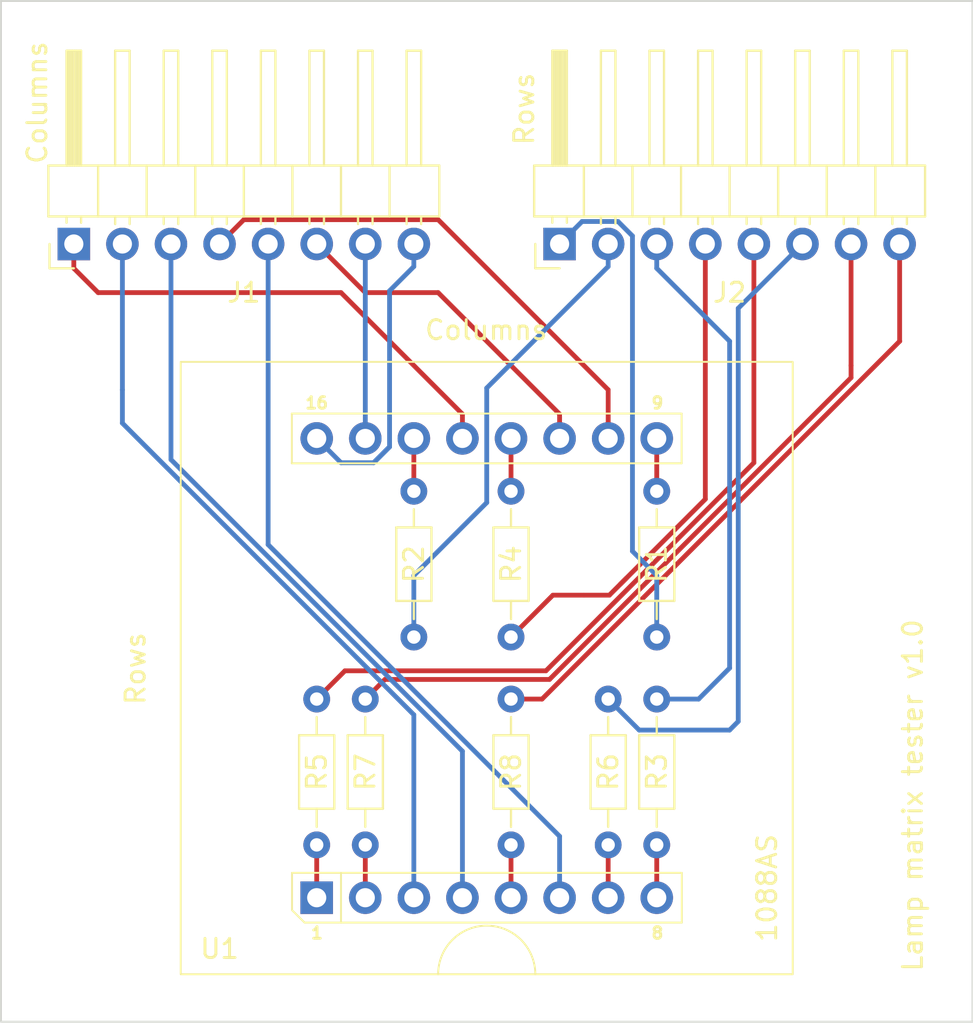
<source format=kicad_pcb>
(kicad_pcb (version 20221018) (generator pcbnew)
  (title_block (title "Lamp matrix tester") (date "2024-03-09") (rev "1.0") (company "Broken Pipe"))
  (layers (0 "F.Cu" signal) (31 "B.Cu" signal) (34 "B.Paste" user) (35 "F.Paste" user) (36 "B.SilkS" user "B.Silkscreen") (37 "F.SilkS" user "F.Silkscreen") (38 "B.Mask" user) (39 "F.Mask" user) (44 "Edge.Cuts" user))
  (net 0 "")
  (net 1 "/Col_1")
  (net 2 "/Col_2")
  (net 3 "/Col_3")
  (net 4 "/Col_4")
  (net 5 "/Col_5")
  (net 6 "/Col_6")
  (net 7 "/Col_7")
  (net 8 "/Col_8")
  (net 9 "/Row_1")
  (net 10 "/Row_2")
  (net 11 "/Row_3")
  (net 12 "/Row_4")
  (net 13 "/Row_5")
  (net 14 "/Row_6")
  (net 15 "/Row_7")
  (net 16 "/Row_8")
  (net 17 "Net-(U1-R1)")
  (net 18 "Net-(U1-R2)")
  (net 19 "Net-(U1-R3)")
  (net 20 "Net-(U1-R4)")
  (net 21 "Net-(U1-R5)")
  (net 22 "Net-(U1-R6)")
  (net 23 "Net-(U1-R7)")
  (net 24 "Net-(U1-R8)")
  (footprint "Resistor_THT:R_Axial_DIN0204_L3.6mm_D1.6mm_P7.62mm_Horizontal" (layer "F.Cu") (at 44.45 40.86 -90)
    (fp_text reference "R2" (at 3.81 0 -90) (layer "F.SilkS"))
    (fp_text value "R")
    (fp_line (start 0.94 0) (end 1.89 0) (stroke (width 0.12)) (layer "F.SilkS"))
    (fp_line (start 1.89 -0.92) (end 1.89 0.92) (stroke (width 0.12)) (layer "F.SilkS"))
    (fp_line (start 1.89 0.92) (end 5.73 0.92) (stroke (width 0.12)) (layer "F.SilkS"))
    (fp_line (start 5.73 -0.92) (end 1.89 -0.92) (stroke (width 0.12)) (layer "F.SilkS"))
    (fp_line (start 5.73 0.92) (end 5.73 -0.92) (stroke (width 0.12)) (layer "F.SilkS"))
    (fp_line (start 6.68 0) (end 5.73 0) (stroke (width 0.12)) (layer "F.SilkS"))
    (pad "1" thru_hole circle (at 0 0 270) (size 1.4 1.4) (drill 0.7) (layers "*.Cu" "*.Mask") (net 18 "Net-(U1-R2)"))
    (pad "2" thru_hole oval (at 7.62 0 270) (size 1.4 1.4) (drill 0.7) (layers "*.Cu" "*.Mask") (net 10 "/Row_2"))
  )
  (footprint "Resistor_THT:R_Axial_DIN0204_L3.6mm_D1.6mm_P7.62mm_Horizontal" (layer "F.Cu") (at 39.37 59.340001 90)
    (fp_text reference "R5" (at 3.81 0 90) (layer "F.SilkS"))
    (fp_text value "R")
    (fp_line (start 0.94 0) (end 1.89 0) (stroke (width 0.12)) (layer "F.SilkS"))
    (fp_line (start 1.89 -0.92) (end 1.89 0.92) (stroke (width 0.12)) (layer "F.SilkS"))
    (fp_line (start 1.89 0.92) (end 5.73 0.92) (stroke (width 0.12)) (layer "F.SilkS"))
    (fp_line (start 5.73 -0.92) (end 1.89 -0.92) (stroke (width 0.12)) (layer "F.SilkS"))
    (fp_line (start 5.73 0.92) (end 5.73 -0.92) (stroke (width 0.12)) (layer "F.SilkS"))
    (fp_line (start 6.68 0) (end 5.73 0) (stroke (width 0.12)) (layer "F.SilkS"))
    (pad "1" thru_hole circle (at 0 0 90) (size 1.4 1.4) (drill 0.7) (layers "*.Cu" "*.Mask") (net 21 "Net-(U1-R5)"))
    (pad "2" thru_hole oval (at 7.62 0 90) (size 1.4 1.4) (drill 0.7) (layers "*.Cu" "*.Mask") (net 13 "/Row_5"))
  )
  (footprint "Connector_PinHeader_2.54mm:PinHeader_1x08_P2.54mm_Horizontal" (layer "F.Cu") (at 26.67 27.94 90)
    (fp_text reference "J1" (at -2.54 8.89 180) (layer "F.SilkS"))
    (fp_text value "Columns")
    (fp_line (start -1.27 -1.27) (end 0 -1.27) (stroke (width 0.12)) (layer "F.SilkS"))
    (fp_line (start -1.27 0) (end -1.27 -1.27) (stroke (width 0.12)) (layer "F.SilkS"))
    (fp_line (start 1.042929 2.16) (end 1.44 2.16) (stroke (width 0.12)) (layer "F.SilkS"))
    (fp_line (start 1.042929 2.92) (end 1.44 2.92) (stroke (width 0.12)) (layer "F.SilkS"))
    (fp_line (start 1.042929 4.7) (end 1.44 4.7) (stroke (width 0.12)) (layer "F.SilkS"))
    (fp_line (start 1.042929 5.46) (end 1.44 5.46) (stroke (width 0.12)) (layer "F.SilkS"))
    (fp_line (start 1.042929 7.24) (end 1.44 7.24) (stroke (width 0.12)) (layer "F.SilkS"))
    (fp_line (start 1.042929 8) (end 1.44 8) (stroke (width 0.12)) (layer "F.SilkS"))
    (fp_line (start 1.042929 9.78) (end 1.44 9.78) (stroke (width 0.12)) (layer "F.SilkS"))
    (fp_line (start 1.042929 10.54) (end 1.44 10.54) (stroke (width 0.12)) (layer "F.SilkS"))
    (fp_line (start 1.042929 12.32) (end 1.44 12.32) (stroke (width 0.12)) (layer "F.SilkS"))
    (fp_line (start 1.042929 13.08) (end 1.44 13.08) (stroke (width 0.12)) (layer "F.SilkS"))
    (fp_line (start 1.042929 14.86) (end 1.44 14.86) (stroke (width 0.12)) (layer "F.SilkS"))
    (fp_line (start 1.042929 15.62) (end 1.44 15.62) (stroke (width 0.12)) (layer "F.SilkS"))
    (fp_line (start 1.042929 17.4) (end 1.44 17.4) (stroke (width 0.12)) (layer "F.SilkS"))
    (fp_line (start 1.042929 18.16) (end 1.44 18.16) (stroke (width 0.12)) (layer "F.SilkS"))
    (fp_line (start 1.11 -0.38) (end 1.44 -0.38) (stroke (width 0.12)) (layer "F.SilkS"))
    (fp_line (start 1.11 0.38) (end 1.44 0.38) (stroke (width 0.12)) (layer "F.SilkS"))
    (fp_line (start 1.44 -1.33) (end 1.44 19.11) (stroke (width 0.12)) (layer "F.SilkS"))
    (fp_line (start 1.44 1.27) (end 4.1 1.27) (stroke (width 0.12)) (layer "F.SilkS"))
    (fp_line (start 1.44 3.81) (end 4.1 3.81) (stroke (width 0.12)) (layer "F.SilkS"))
    (fp_line (start 1.44 6.35) (end 4.1 6.35) (stroke (width 0.12)) (layer "F.SilkS"))
    (fp_line (start 1.44 8.89) (end 4.1 8.89) (stroke (width 0.12)) (layer "F.SilkS"))
    (fp_line (start 1.44 11.43) (end 4.1 11.43) (stroke (width 0.12)) (layer "F.SilkS"))
    (fp_line (start 1.44 13.97) (end 4.1 13.97) (stroke (width 0.12)) (layer "F.SilkS"))
    (fp_line (start 1.44 16.51) (end 4.1 16.51) (stroke (width 0.12)) (layer "F.SilkS"))
    (fp_line (start 1.44 19.11) (end 4.1 19.11) (stroke (width 0.12)) (layer "F.SilkS"))
    (fp_line (start 4.1 -1.33) (end 1.44 -1.33) (stroke (width 0.12)) (layer "F.SilkS"))
    (fp_line (start 4.1 -0.38) (end 10.1 -0.38) (stroke (width 0.12)) (layer "F.SilkS"))
    (fp_line (start 4.1 -0.32) (end 10.1 -0.32) (stroke (width 0.12)) (layer "F.SilkS"))
    (fp_line (start 4.1 -0.2) (end 10.1 -0.2) (stroke (width 0.12)) (layer "F.SilkS"))
    (fp_line (start 4.1 -0.08) (end 10.1 -0.08) (stroke (width 0.12)) (layer "F.SilkS"))
    (fp_line (start 4.1 0.04) (end 10.1 0.04) (stroke (width 0.12)) (layer "F.SilkS"))
    (fp_line (start 4.1 0.16) (end 10.1 0.16) (stroke (width 0.12)) (layer "F.SilkS"))
    (fp_line (start 4.1 0.28) (end 10.1 0.28) (stroke (width 0.12)) (layer "F.SilkS"))
    (fp_line (start 4.1 2.16) (end 10.1 2.16) (stroke (width 0.12)) (layer "F.SilkS"))
    (fp_line (start 4.1 4.7) (end 10.1 4.7) (stroke (width 0.12)) (layer "F.SilkS"))
    (fp_line (start 4.1 7.24) (end 10.1 7.24) (stroke (width 0.12)) (layer "F.SilkS"))
    (fp_line (start 4.1 9.78) (end 10.1 9.78) (stroke (width 0.12)) (layer "F.SilkS"))
    (fp_line (start 4.1 12.32) (end 10.1 12.32) (stroke (width 0.12)) (layer "F.SilkS"))
    (fp_line (start 4.1 14.86) (end 10.1 14.86) (stroke (width 0.12)) (layer "F.SilkS"))
    (fp_line (start 4.1 17.4) (end 10.1 17.4) (stroke (width 0.12)) (layer "F.SilkS"))
    (fp_line (start 4.1 19.11) (end 4.1 -1.33) (stroke (width 0.12)) (layer "F.SilkS"))
    (fp_line (start 10.1 -0.38) (end 10.1 0.38) (stroke (width 0.12)) (layer "F.SilkS"))
    (fp_line (start 10.1 0.38) (end 4.1 0.38) (stroke (width 0.12)) (layer "F.SilkS"))
    (fp_line (start 10.1 2.16) (end 10.1 2.92) (stroke (width 0.12)) (layer "F.SilkS"))
    (fp_line (start 10.1 2.92) (end 4.1 2.92) (stroke (width 0.12)) (layer "F.SilkS"))
    (fp_line (start 10.1 4.7) (end 10.1 5.46) (stroke (width 0.12)) (layer "F.SilkS"))
    (fp_line (start 10.1 5.46) (end 4.1 5.46) (stroke (width 0.12)) (layer "F.SilkS"))
    (fp_line (start 10.1 7.24) (end 10.1 8) (stroke (width 0.12)) (layer "F.SilkS"))
    (fp_line (start 10.1 8) (end 4.1 8) (stroke (width 0.12)) (layer "F.SilkS"))
    (fp_line (start 10.1 9.78) (end 10.1 10.54) (stroke (width 0.12)) (layer "F.SilkS"))
    (fp_line (start 10.1 10.54) (end 4.1 10.54) (stroke (width 0.12)) (layer "F.SilkS"))
    (fp_line (start 10.1 12.32) (end 10.1 13.08) (stroke (width 0.12)) (layer "F.SilkS"))
    (fp_line (start 10.1 13.08) (end 4.1 13.08) (stroke (width 0.12)) (layer "F.SilkS"))
    (fp_line (start 10.1 14.86) (end 10.1 15.62) (stroke (width 0.12)) (layer "F.SilkS"))
    (fp_line (start 10.1 15.62) (end 4.1 15.62) (stroke (width 0.12)) (layer "F.SilkS"))
    (fp_line (start 10.1 17.4) (end 10.1 18.16) (stroke (width 0.12)) (layer "F.SilkS"))
    (fp_line (start 10.1 18.16) (end 4.1 18.16) (stroke (width 0.12)) (layer "F.SilkS"))
    (pad "1" thru_hole rect (at 0 0 90) (size 1.7 1.7) (drill 1) (layers "*.Cu" "*.Mask") (net 1 "/Col_1"))
    (pad "2" thru_hole oval (at 0 2.54 90) (size 1.7 1.7) (drill 1) (layers "*.Cu" "*.Mask") (net 2 "/Col_2"))
    (pad "3" thru_hole oval (at 0 5.08 90) (size 1.7 1.7) (drill 1) (layers "*.Cu" "*.Mask") (net 3 "/Col_3"))
    (pad "4" thru_hole oval (at 0 7.62 90) (size 1.7 1.7) (drill 1) (layers "*.Cu" "*.Mask") (net 4 "/Col_4"))
    (pad "5" thru_hole oval (at 0 10.16 90) (size 1.7 1.7) (drill 1) (layers "*.Cu" "*.Mask") (net 5 "/Col_5"))
    (pad "6" thru_hole oval (at 0 12.7 90) (size 1.7 1.7) (drill 1) (layers "*.Cu" "*.Mask") (net 6 "/Col_6"))
    (pad "7" thru_hole oval (at 0 15.24 90) (size 1.7 1.7) (drill 1) (layers "*.Cu" "*.Mask") (net 7 "/Col_7"))
    (pad "8" thru_hole oval (at 0 17.78 90) (size 1.7 1.7) (drill 1) (layers "*.Cu" "*.Mask") (net 8 "/Col_8"))
  )
  (footprint "Resistor_THT:R_Axial_DIN0204_L3.6mm_D1.6mm_P7.62mm_Horizontal" (layer "F.Cu") (at 49.53 40.860001 -90)
    (fp_text reference "R4" (at 3.81 0 -90) (layer "F.SilkS"))
    (fp_text value "R")
    (fp_line (start 0.94 0) (end 1.89 0) (stroke (width 0.12)) (layer "F.SilkS"))
    (fp_line (start 1.89 -0.92) (end 1.89 0.92) (stroke (width 0.12)) (layer "F.SilkS"))
    (fp_line (start 1.89 0.92) (end 5.73 0.92) (stroke (width 0.12)) (layer "F.SilkS"))
    (fp_line (start 5.73 -0.92) (end 1.89 -0.92) (stroke (width 0.12)) (layer "F.SilkS"))
    (fp_line (start 5.73 0.92) (end 5.73 -0.92) (stroke (width 0.12)) (layer "F.SilkS"))
    (fp_line (start 6.68 0) (end 5.73 0) (stroke (width 0.12)) (layer "F.SilkS"))
    (pad "1" thru_hole circle (at 0 0 270) (size 1.4 1.4) (drill 0.7) (layers "*.Cu" "*.Mask") (net 20 "Net-(U1-R4)"))
    (pad "2" thru_hole oval (at 7.62 0 270) (size 1.4 1.4) (drill 0.7) (layers "*.Cu" "*.Mask") (net 12 "/Row_4"))
  )
  (footprint "Resistor_THT:R_Axial_DIN0204_L3.6mm_D1.6mm_P7.62mm_Horizontal" (layer "F.Cu") (at 54.61 51.720001 -90)
    (fp_text reference "R6" (at 3.81 0 -90) (layer "F.SilkS"))
    (fp_text value "R")
    (fp_line (start 0.94 0) (end 1.89 0) (stroke (width 0.12)) (layer "F.SilkS"))
    (fp_line (start 1.89 -0.92) (end 1.89 0.92) (stroke (width 0.12)) (layer "F.SilkS"))
    (fp_line (start 1.89 0.92) (end 5.73 0.92) (stroke (width 0.12)) (layer "F.SilkS"))
    (fp_line (start 5.73 -0.92) (end 1.89 -0.92) (stroke (width 0.12)) (layer "F.SilkS"))
    (fp_line (start 5.73 0.92) (end 5.73 -0.92) (stroke (width 0.12)) (layer "F.SilkS"))
    (fp_line (start 6.68 0) (end 5.73 0) (stroke (width 0.12)) (layer "F.SilkS"))
    (pad "1" thru_hole circle (at 0 0 270) (size 1.4 1.4) (drill 0.7) (layers "*.Cu" "*.Mask") (net 14 "/Row_6"))
    (pad "2" thru_hole oval (at 7.62 0 270) (size 1.4 1.4) (drill 0.7) (layers "*.Cu" "*.Mask") (net 22 "Net-(U1-R6)"))
  )
  (footprint "Resistor_THT:R_Axial_DIN0204_L3.6mm_D1.6mm_P7.62mm_Horizontal" (layer "F.Cu") (at 41.91 51.720001 -90)
    (fp_text reference "R7" (at 3.81 0 -90) (layer "F.SilkS"))
    (fp_text value "R")
    (fp_line (start 0.94 0) (end 1.89 0) (stroke (width 0.12)) (layer "F.SilkS"))
    (fp_line (start 1.89 -0.92) (end 1.89 0.92) (stroke (width 0.12)) (layer "F.SilkS"))
    (fp_line (start 1.89 0.92) (end 5.73 0.92) (stroke (width 0.12)) (layer "F.SilkS"))
    (fp_line (start 5.73 -0.92) (end 1.89 -0.92) (stroke (width 0.12)) (layer "F.SilkS"))
    (fp_line (start 5.73 0.92) (end 5.73 -0.92) (stroke (width 0.12)) (layer "F.SilkS"))
    (fp_line (start 6.68 0) (end 5.73 0) (stroke (width 0.12)) (layer "F.SilkS"))
    (pad "1" thru_hole circle (at 0 0 270) (size 1.4 1.4) (drill 0.7) (layers "*.Cu" "*.Mask") (net 15 "/Row_7"))
    (pad "2" thru_hole oval (at 7.62 0 270) (size 1.4 1.4) (drill 0.7) (layers "*.Cu" "*.Mask") (net 23 "Net-(U1-R7)"))
  )
  (footprint "Resistor_THT:R_Axial_DIN0204_L3.6mm_D1.6mm_P7.62mm_Horizontal" (layer "F.Cu") (at 57.15 51.720001 -90)
    (fp_text reference "R3" (at 3.81 0 -90) (layer "F.SilkS"))
    (fp_text value "R")
    (fp_line (start 0.94 0) (end 1.89 0) (stroke (width 0.12)) (layer "F.SilkS"))
    (fp_line (start 1.89 -0.92) (end 1.89 0.92) (stroke (width 0.12)) (layer "F.SilkS"))
    (fp_line (start 1.89 0.92) (end 5.73 0.92) (stroke (width 0.12)) (layer "F.SilkS"))
    (fp_line (start 5.73 -0.92) (end 1.89 -0.92) (stroke (width 0.12)) (layer "F.SilkS"))
    (fp_line (start 5.73 0.92) (end 5.73 -0.92) (stroke (width 0.12)) (layer "F.SilkS"))
    (fp_line (start 6.68 0) (end 5.73 0) (stroke (width 0.12)) (layer "F.SilkS"))
    (pad "1" thru_hole circle (at 0 0 270) (size 1.4 1.4) (drill 0.7) (layers "*.Cu" "*.Mask") (net 11 "/Row_3"))
    (pad "2" thru_hole oval (at 7.62 0 270) (size 1.4 1.4) (drill 0.7) (layers "*.Cu" "*.Mask") (net 19 "Net-(U1-R3)"))
  )
  (footprint "Resistor_THT:R_Axial_DIN0204_L3.6mm_D1.6mm_P7.62mm_Horizontal" (layer "F.Cu") (at 49.53 51.720001 -90)
    (fp_text reference "R8" (at 3.81 0 -90) (layer "F.SilkS"))
    (fp_text value "R")
    (fp_line (start 0.94 0) (end 1.89 0) (stroke (width 0.12)) (layer "F.SilkS"))
    (fp_line (start 1.89 -0.92) (end 1.89 0.92) (stroke (width 0.12)) (layer "F.SilkS"))
    (fp_line (start 1.89 0.92) (end 5.73 0.92) (stroke (width 0.12)) (layer "F.SilkS"))
    (fp_line (start 5.73 -0.92) (end 1.89 -0.92) (stroke (width 0.12)) (layer "F.SilkS"))
    (fp_line (start 5.73 0.92) (end 5.73 -0.92) (stroke (width 0.12)) (layer "F.SilkS"))
    (fp_line (start 6.68 0) (end 5.73 0) (stroke (width 0.12)) (layer "F.SilkS"))
    (pad "1" thru_hole circle (at 0 0 270) (size 1.4 1.4) (drill 0.7) (layers "*.Cu" "*.Mask") (net 16 "/Row_8"))
    (pad "2" thru_hole oval (at 7.62 0 270) (size 1.4 1.4) (drill 0.7) (layers "*.Cu" "*.Mask") (net 24 "Net-(U1-R8)"))
  )
  (footprint "Connector_PinHeader_2.54mm:PinHeader_1x08_P2.54mm_Horizontal" (layer "F.Cu") (at 52.07 27.94 90)
    (fp_text reference "J2" (at -2.54 8.89 180) (layer "F.SilkS"))
    (fp_text value "Rows")
    (fp_line (start -1.27 -1.27) (end 0 -1.27) (stroke (width 0.12)) (layer "F.SilkS"))
    (fp_line (start -1.27 0) (end -1.27 -1.27) (stroke (width 0.12)) (layer "F.SilkS"))
    (fp_line (start 1.042929 2.16) (end 1.44 2.16) (stroke (width 0.12)) (layer "F.SilkS"))
    (fp_line (start 1.042929 2.92) (end 1.44 2.92) (stroke (width 0.12)) (layer "F.SilkS"))
    (fp_line (start 1.042929 4.7) (end 1.44 4.7) (stroke (width 0.12)) (layer "F.SilkS"))
    (fp_line (start 1.042929 5.46) (end 1.44 5.46) (stroke (width 0.12)) (layer "F.SilkS"))
    (fp_line (start 1.042929 7.24) (end 1.44 7.24) (stroke (width 0.12)) (layer "F.SilkS"))
    (fp_line (start 1.042929 8) (end 1.44 8) (stroke (width 0.12)) (layer "F.SilkS"))
    (fp_line (start 1.042929 9.78) (end 1.44 9.78) (stroke (width 0.12)) (layer "F.SilkS"))
    (fp_line (start 1.042929 10.54) (end 1.44 10.54) (stroke (width 0.12)) (layer "F.SilkS"))
    (fp_line (start 1.042929 12.32) (end 1.44 12.32) (stroke (width 0.12)) (layer "F.SilkS"))
    (fp_line (start 1.042929 13.08) (end 1.44 13.08) (stroke (width 0.12)) (layer "F.SilkS"))
    (fp_line (start 1.042929 14.86) (end 1.44 14.86) (stroke (width 0.12)) (layer "F.SilkS"))
    (fp_line (start 1.042929 15.62) (end 1.44 15.62) (stroke (width 0.12)) (layer "F.SilkS"))
    (fp_line (start 1.042929 17.4) (end 1.44 17.4) (stroke (width 0.12)) (layer "F.SilkS"))
    (fp_line (start 1.042929 18.16) (end 1.44 18.16) (stroke (width 0.12)) (layer "F.SilkS"))
    (fp_line (start 1.11 -0.38) (end 1.44 -0.38) (stroke (width 0.12)) (layer "F.SilkS"))
    (fp_line (start 1.11 0.38) (end 1.44 0.38) (stroke (width 0.12)) (layer "F.SilkS"))
    (fp_line (start 1.44 -1.33) (end 1.44 19.11) (stroke (width 0.12)) (layer "F.SilkS"))
    (fp_line (start 1.44 1.27) (end 4.1 1.27) (stroke (width 0.12)) (layer "F.SilkS"))
    (fp_line (start 1.44 3.81) (end 4.1 3.81) (stroke (width 0.12)) (layer "F.SilkS"))
    (fp_line (start 1.44 6.35) (end 4.1 6.35) (stroke (width 0.12)) (layer "F.SilkS"))
    (fp_line (start 1.44 8.89) (end 4.1 8.89) (stroke (width 0.12)) (layer "F.SilkS"))
    (fp_line (start 1.44 11.43) (end 4.1 11.43) (stroke (width 0.12)) (layer "F.SilkS"))
    (fp_line (start 1.44 13.97) (end 4.1 13.97) (stroke (width 0.12)) (layer "F.SilkS"))
    (fp_line (start 1.44 16.51) (end 4.1 16.51) (stroke (width 0.12)) (layer "F.SilkS"))
    (fp_line (start 1.44 19.11) (end 4.1 19.11) (stroke (width 0.12)) (layer "F.SilkS"))
    (fp_line (start 4.1 -1.33) (end 1.44 -1.33) (stroke (width 0.12)) (layer "F.SilkS"))
    (fp_line (start 4.1 -0.38) (end 10.1 -0.38) (stroke (width 0.12)) (layer "F.SilkS"))
    (fp_line (start 4.1 -0.32) (end 10.1 -0.32) (stroke (width 0.12)) (layer "F.SilkS"))
    (fp_line (start 4.1 -0.2) (end 10.1 -0.2) (stroke (width 0.12)) (layer "F.SilkS"))
    (fp_line (start 4.1 -0.08) (end 10.1 -0.08) (stroke (width 0.12)) (layer "F.SilkS"))
    (fp_line (start 4.1 0.04) (end 10.1 0.04) (stroke (width 0.12)) (layer "F.SilkS"))
    (fp_line (start 4.1 0.16) (end 10.1 0.16) (stroke (width 0.12)) (layer "F.SilkS"))
    (fp_line (start 4.1 0.28) (end 10.1 0.28) (stroke (width 0.12)) (layer "F.SilkS"))
    (fp_line (start 4.1 2.16) (end 10.1 2.16) (stroke (width 0.12)) (layer "F.SilkS"))
    (fp_line (start 4.1 4.7) (end 10.1 4.7) (stroke (width 0.12)) (layer "F.SilkS"))
    (fp_line (start 4.1 7.24) (end 10.1 7.24) (stroke (width 0.12)) (layer "F.SilkS"))
    (fp_line (start 4.1 9.78) (end 10.1 9.78) (stroke (width 0.12)) (layer "F.SilkS"))
    (fp_line (start 4.1 12.32) (end 10.1 12.32) (stroke (width 0.12)) (layer "F.SilkS"))
    (fp_line (start 4.1 14.86) (end 10.1 14.86) (stroke (width 0.12)) (layer "F.SilkS"))
    (fp_line (start 4.1 17.4) (end 10.1 17.4) (stroke (width 0.12)) (layer "F.SilkS"))
    (fp_line (start 4.1 19.11) (end 4.1 -1.33) (stroke (width 0.12)) (layer "F.SilkS"))
    (fp_line (start 10.1 -0.38) (end 10.1 0.38) (stroke (width 0.12)) (layer "F.SilkS"))
    (fp_line (start 10.1 0.38) (end 4.1 0.38) (stroke (width 0.12)) (layer "F.SilkS"))
    (fp_line (start 10.1 2.16) (end 10.1 2.92) (stroke (width 0.12)) (layer "F.SilkS"))
    (fp_line (start 10.1 2.92) (end 4.1 2.92) (stroke (width 0.12)) (layer "F.SilkS"))
    (fp_line (start 10.1 4.7) (end 10.1 5.46) (stroke (width 0.12)) (layer "F.SilkS"))
    (fp_line (start 10.1 5.46) (end 4.1 5.46) (stroke (width 0.12)) (layer "F.SilkS"))
    (fp_line (start 10.1 7.24) (end 10.1 8) (stroke (width 0.12)) (layer "F.SilkS"))
    (fp_line (start 10.1 8) (end 4.1 8) (stroke (width 0.12)) (layer "F.SilkS"))
    (fp_line (start 10.1 9.78) (end 10.1 10.54) (stroke (width 0.12)) (layer "F.SilkS"))
    (fp_line (start 10.1 10.54) (end 4.1 10.54) (stroke (width 0.12)) (layer "F.SilkS"))
    (fp_line (start 10.1 12.32) (end 10.1 13.08) (stroke (width 0.12)) (layer "F.SilkS"))
    (fp_line (start 10.1 13.08) (end 4.1 13.08) (stroke (width 0.12)) (layer "F.SilkS"))
    (fp_line (start 10.1 14.86) (end 10.1 15.62) (stroke (width 0.12)) (layer "F.SilkS"))
    (fp_line (start 10.1 15.62) (end 4.1 15.62) (stroke (width 0.12)) (layer "F.SilkS"))
    (fp_line (start 10.1 17.4) (end 10.1 18.16) (stroke (width 0.12)) (layer "F.SilkS"))
    (fp_line (start 10.1 18.16) (end 4.1 18.16) (stroke (width 0.12)) (layer "F.SilkS"))
    (pad "1" thru_hole rect (at 0 0 90) (size 1.7 1.7) (drill 1) (layers "*.Cu" "*.Mask") (net 9 "/Row_1"))
    (pad "2" thru_hole oval (at 0 2.54 90) (size 1.7 1.7) (drill 1) (layers "*.Cu" "*.Mask") (net 10 "/Row_2"))
    (pad "3" thru_hole oval (at 0 5.08 90) (size 1.7 1.7) (drill 1) (layers "*.Cu" "*.Mask") (net 11 "/Row_3"))
    (pad "4" thru_hole oval (at 0 7.62 90) (size 1.7 1.7) (drill 1) (layers "*.Cu" "*.Mask") (net 12 "/Row_4"))
    (pad "5" thru_hole oval (at 0 10.16 90) (size 1.7 1.7) (drill 1) (layers "*.Cu" "*.Mask") (net 13 "/Row_5"))
    (pad "6" thru_hole oval (at 0 12.7 90) (size 1.7 1.7) (drill 1) (layers "*.Cu" "*.Mask") (net 14 "/Row_6"))
    (pad "7" thru_hole oval (at 0 15.24 90) (size 1.7 1.7) (drill 1) (layers "*.Cu" "*.Mask") (net 15 "/Row_7"))
    (pad "8" thru_hole oval (at 0 17.78 90) (size 1.7 1.7) (drill 1) (layers "*.Cu" "*.Mask") (net 16 "/Row_8"))
  )
  (footprint "Resistor_THT:R_Axial_DIN0204_L3.6mm_D1.6mm_P7.62mm_Horizontal" (layer "F.Cu") (at 57.15 40.860001 -90)
    (fp_text reference "R1" (at 3.81 0 -90) (layer "F.SilkS"))
    (fp_text value "R")
    (fp_line (start 0.94 0) (end 1.89 0) (stroke (width 0.12)) (layer "F.SilkS"))
    (fp_line (start 1.89 -0.92) (end 1.89 0.92) (stroke (width 0.12)) (layer "F.SilkS"))
    (fp_line (start 1.89 0.92) (end 5.73 0.92) (stroke (width 0.12)) (layer "F.SilkS"))
    (fp_line (start 5.73 -0.92) (end 1.89 -0.92) (stroke (width 0.12)) (layer "F.SilkS"))
    (fp_line (start 5.73 0.92) (end 5.73 -0.92) (stroke (width 0.12)) (layer "F.SilkS"))
    (fp_line (start 6.68 0) (end 5.73 0) (stroke (width 0.12)) (layer "F.SilkS"))
    (pad "1" thru_hole circle (at 0 0 270) (size 1.4 1.4) (drill 0.7) (layers "*.Cu" "*.Mask") (net 17 "Net-(U1-R1)"))
    (pad "2" thru_hole oval (at 7.62 0 270) (size 1.4 1.4) (drill 0.7) (layers "*.Cu" "*.Mask") (net 9 "/Row_1"))
  )
  (footprint "LampMatrixTesterLibrary:Led_1088AS_8x8_P2.54mm" (layer "F.Cu") (at 48.26 50.1)
    (fp_text reference "U1" (at -13.97 14.67) (layer "F.SilkS"))
    (fp_text value "1088AS")
    (fp_line (start -10.19 -13.3) (end -10.19 -10.7) (stroke (width 0.1)) (layer "F.SilkS"))
    (fp_line (start -10.19 -13.3) (end 10.19 -13.3) (stroke (width 0.1)) (layer "F.SilkS"))
    (fp_line (start -10.18 10.7) (end 10.2 10.7) (stroke (width 0.1)) (layer "F.SilkS"))
    (fp_line (start -10.18 12.65) (end -10.18 10.7) (stroke (width 0.1)) (layer "F.SilkS"))
    (fp_line (start -9.525 13.3) (end -10.16 12.67) (stroke (width 0.1)) (layer "F.SilkS"))
    (fp_line (start -7.62 13.3) (end -7.62 10.7) (stroke (width 0.1)) (layer "F.SilkS"))
    (fp_line (start 10.19 -13.3) (end 10.19 -10.7) (stroke (width 0.1)) (layer "F.SilkS"))
    (fp_line (start 10.19 -10.7) (end -10.19 -10.7) (stroke (width 0.1)) (layer "F.SilkS"))
    (fp_line (start 10.2 10.7) (end 10.2 13.3) (stroke (width 0.1)) (layer "F.SilkS"))
    (fp_line (start 10.2 13.3) (end -9.525 13.3) (stroke (width 0.1)) (layer "F.SilkS"))
    (fp_rect (start -16 -16) (end 16 16) (stroke (width 0.1)) (fill none) (layer "F.SilkS"))
    (fp_arc (start -2.54 16) (mid -1.796051 14.203949) (end 0 13.46) (stroke (width 0.1)) (layer "F.SilkS"))
    (fp_arc (start 0 13.46) (mid 1.796051 14.203949) (end 2.54 16) (stroke (width 0.1)) (layer "F.SilkS"))
    (pad "1" thru_hole rect (at -8.89 12) (size 1.7 1.7) (drill 1) (layers "*.Cu" "*.Mask") (net 21 "Net-(U1-R5)"))
    (pad "2" thru_hole oval (at -6.35 12) (size 1.7 1.7) (drill 1) (layers "*.Cu" "*.Mask") (net 23 "Net-(U1-R7)"))
    (pad "3" thru_hole oval (at -3.81 12) (size 1.7 1.7) (drill 1) (layers "*.Cu" "*.Mask") (net 2 "/Col_2"))
    (pad "4" thru_hole oval (at -1.27 12) (size 1.7 1.7) (drill 1) (layers "*.Cu" "*.Mask") (net 3 "/Col_3"))
    (pad "5" thru_hole oval (at 1.27 12) (size 1.7 1.7) (drill 1) (layers "*.Cu" "*.Mask") (net 24 "Net-(U1-R8)"))
    (pad "6" thru_hole oval (at 3.81 12) (size 1.7 1.7) (drill 1) (layers "*.Cu" "*.Mask") (net 5 "/Col_5"))
    (pad "7" thru_hole oval (at 6.35 12) (size 1.7 1.7) (drill 1) (layers "*.Cu" "*.Mask") (net 22 "Net-(U1-R6)"))
    (pad "8" thru_hole oval (at 8.89 12) (size 1.7 1.7) (drill 1) (layers "*.Cu" "*.Mask") (net 19 "Net-(U1-R3)"))
    (pad "9" thru_hole oval (at 8.89 -12) (size 1.7 1.7) (drill 1) (layers "*.Cu" "*.Mask") (net 17 "Net-(U1-R1)"))
    (pad "10" thru_hole oval (at 6.35 -12) (size 1.7 1.7) (drill 1) (layers "*.Cu" "*.Mask") (net 4 "/Col_4"))
    (pad "11" thru_hole oval (at 3.81 -12) (size 1.7 1.7) (drill 1) (layers "*.Cu" "*.Mask") (net 6 "/Col_6"))
    (pad "12" thru_hole oval (at 1.27 -12) (size 1.7 1.7) (drill 1) (layers "*.Cu" "*.Mask") (net 20 "Net-(U1-R4)"))
    (pad "13" thru_hole oval (at -1.27 -12) (size 1.7 1.7) (drill 1) (layers "*.Cu" "*.Mask") (net 1 "/Col_1"))
    (pad "14" thru_hole oval (at -3.81 -12) (size 1.7 1.7) (drill 1) (layers "*.Cu" "*.Mask") (net 18 "Net-(U1-R2)"))
    (pad "15" thru_hole oval (at -6.35 -12) (size 1.7 1.7) (drill 1) (layers "*.Cu" "*.Mask") (net 7 "/Col_7"))
    (pad "16" thru_hole oval (at -8.89 -12) (size 1.7 1.7) (drill 1) (layers "*.Cu" "*.Mask") (net 8 "/Col_8"))
  )
  (gr_rect (start 22.86 15.24) (end 73.66 68.58) (stroke (width 0.1)) (fill none) (layer "Edge.Cuts"))
  (gr_text "Rows" (at 30.48 52.105953 90) (layer "F.SilkS") (effects (font (size 1 1)) (justify left bottom)))
  (gr_text "8" (at 56.8 64.3) (layer "F.SilkS") (effects (font (size 0.6 0.6)) (justify left bottom)))
  (gr_text "16" (at 38.7 36.6) (layer "F.SilkS") (effects (font (size 0.6 0.6)) (justify left bottom)))
  (gr_text "1" (at 39 64.3) (layer "F.SilkS") (effects (font (size 0.6 0.6)) (justify left bottom)))
  (gr_text "9" (at 56.8 36.6) (layer "F.SilkS") (effects (font (size 0.6 0.6) (thickness 0.15) bold) (justify left bottom)))
  (gr_text "1088AS" (at 63.5 64.5 90) (layer "F.SilkS") (effects (font (size 1 1)) (justify left bottom)))
  (gr_text "Rows" (at 50.8 22.86 90) (layer "F.SilkS") (effects (font (size 1 1)) (justify left bottom)))
  (gr_text "Columns" (at 25.34 23.84 90) (layer "F.SilkS") (effects (font (size 1 1)) (justify left bottom)))
  (gr_text "Columns" (at 44.944524 33.02) (layer "F.SilkS") (effects (font (size 1 1)) (justify left bottom)))
  (gr_text "Lamp matrix tester v1.0" (at 71.12 66.04 90) (layer "F.SilkS") (effects (font (size 1 1)) (justify left bottom)))
  (segment (start 40.64 30.48) (end 46.99 36.83) (width 0.25) (layer "F.Cu") (net 1))
  (segment (start 26.67 27.94) (end 26.67 29.21) (width 0.25) (layer "F.Cu") (net 1))
  (segment (start 27.94 30.48) (end 40.64 30.48) (width 0.25) (layer "F.Cu") (net 1))
  (segment (start 26.67 29.21) (end 27.94 30.48) (width 0.25) (layer "F.Cu") (net 1))
  (segment (start 46.99 36.83) (end 46.99 38.1) (width 0.25) (layer "F.Cu") (net 1))
  (segment (start 29.21 35.56) (end 29.21 27.94) (width 0.25) (layer "B.Cu") (net 2))
  (segment (start 44.45 52.542196) (end 29.21 37.302196) (width 0.25) (layer "B.Cu") (net 2))
  (segment (start 44.45 62.1) (end 44.45 52.542196) (width 0.25) (layer "B.Cu") (net 2))
  (segment (start 29.21 37.302196) (end 29.21 35.56) (width 0.25) (layer "B.Cu") (net 2))
  (segment (start 46.99 62.1) (end 46.99 54.4458) (width 0.25) (layer "B.Cu") (net 3))
  (segment (start 31.75 39.2058) (end 31.75 27.94) (width 0.25) (layer "B.Cu") (net 3))
  (segment (start 46.99 54.4458) (end 31.75 39.2058) (width 0.25) (layer "B.Cu") (net 3))
  (segment (start 54.61 35.56) (end 54.61 38.1) (width 0.25) (layer "F.Cu") (net 4))
  (segment (start 34.29 27.94) (end 35.56 26.67) (width 0.25) (layer "F.Cu") (net 4))
  (segment (start 35.56 26.67) (end 45.72 26.67) (width 0.25) (layer "F.Cu") (net 4))
  (segment (start 54.61 36.83) (end 54.61 38.1) (width 0.25) (layer "F.Cu") (net 4))
  (segment (start 45.72 26.67) (end 54.61 35.56) (width 0.25) (layer "F.Cu") (net 4))
  (segment (start 52.07 58.889404) (end 52.07 62.1) (width 0.25) (layer "B.Cu") (net 5))
  (segment (start 36.83 43.649404) (end 52.07 58.889404) (width 0.25) (layer "B.Cu") (net 5))
  (segment (start 36.83 27.94) (end 36.83 43.649404) (width 0.25) (layer "B.Cu") (net 5))
  (segment (start 45.72 30.48) (end 52.07 36.83) (width 0.25) (layer "F.Cu") (net 6))
  (segment (start 39.37 27.94) (end 41.91 30.48) (width 0.25) (layer "F.Cu") (net 6))
  (segment (start 41.91 30.48) (end 45.72 30.48) (width 0.25) (layer "F.Cu") (net 6))
  (segment (start 52.07 36.83) (end 52.07 38.1) (width 0.25) (layer "F.Cu") (net 6))
  (segment (start 41.91 38.1) (end 41.91 27.94) (width 0.25) (layer "B.Cu") (net 7))
  (segment (start 39.37 38.1) (end 40.64 39.37) (width 0.25) (layer "B.Cu") (net 8))
  (segment (start 43.18 30.3869) (end 44.45 29.1169) (width 0.25) (layer "B.Cu") (net 8))
  (segment (start 44.45 27.94) (end 44.45 29.1169) (width 0.25) (layer "B.Cu") (net 8))
  (segment (start 42.4212 39.2969) (end 43.18 38.5381) (width 0.25) (layer "B.Cu") (net 8))
  (segment (start 43.18 38.5381) (end 43.18 30.3869) (width 0.25) (layer "B.Cu") (net 8))
  (segment (start 40.64 39.37) (end 42.3481 39.37) (width 0.25) (layer "B.Cu") (net 8))
  (segment (start 42.3481 39.37) (end 43.18 38.5381) (width 0.25) (layer "B.Cu") (net 8))
  (segment (start 57.15 48.480001) (end 57.15 45.2631) (width 0.25) (layer "B.Cu") (net 9))
  (segment (start 55.88 43.9931) (end 55.88 27.5192) (width 0.25) (layer "B.Cu") (net 9))
  (segment (start 55.1239 26.7631) (end 53.2469 26.7631) (width 0.25) (layer "B.Cu") (net 9))
  (segment (start 57.15 45.2631) (end 55.88 43.9931) (width 0.25) (layer "B.Cu") (net 9))
  (segment (start 53.2469 26.7631) (end 52.07 27.94) (width 0.25) (layer "B.Cu") (net 9))
  (segment (start 55.88 27.5192) (end 55.1239 26.7631) (width 0.25) (layer "B.Cu") (net 9))
  (segment (start 48.26 35.4669) (end 54.61 29.1169) (width 0.25) (layer "B.Cu") (net 10))
  (segment (start 44.45 45.2631) (end 48.26 41.4531) (width 0.25) (layer "B.Cu") (net 10))
  (segment (start 48.26 41.4531) (end 48.26 35.4669) (width 0.25) (layer "B.Cu") (net 10))
  (segment (start 44.45 48.48) (end 44.45 45.2631) (width 0.25) (layer "B.Cu") (net 10))
  (segment (start 54.61 29.1169) (end 54.61 27.94) (width 0.25) (layer "B.Cu") (net 10))
  (segment (start 60.96 50.1) (end 60.96 33.02) (width 0.25) (layer "B.Cu") (net 11))
  (segment (start 57.15 29.21) (end 60.96 33.02) (width 0.25) (layer "B.Cu") (net 11))
  (segment (start 57.15 27.94) (end 57.15 29.21) (width 0.25) (layer "B.Cu") (net 11))
  (segment (start 59.34 51.72) (end 60.96 50.1) (width 0.25) (layer "B.Cu") (net 11))
  (segment (start 57.15 51.720001) (end 59.34 51.72) (width 0.25) (layer "B.Cu") (net 11))
  (segment (start 49.53 48.480001) (end 51.720001 46.29) (width 0.25) (layer "F.Cu") (net 12))
  (segment (start 54.673604 46.29) (end 55.561802 45.401802) (width 0.25) (layer "F.Cu") (net 12))
  (segment (start 59.69 41.273604) (end 59.69 27.94) (width 0.25) (layer "F.Cu") (net 12))
  (segment (start 55.243604 45.72) (end 59.69 41.273604) (width 0.25) (layer "F.Cu") (net 12))
  (segment (start 51.720001 46.29) (end 53.34 46.29) (width 0.25) (layer "F.Cu") (net 12))
  (segment (start 53.34 46.29) (end 54.673604 46.29) (width 0.25) (layer "F.Cu") (net 12))
  (segment (start 39.37 51.720001) (end 40.845 50.245001) (width 0.25) (layer "F.Cu") (net 13))
  (segment (start 51.354999 50.245001) (end 62.23 39.37) (width 0.25) (layer "F.Cu") (net 13))
  (segment (start 40.845 50.245001) (end 51.354999 50.245001) (width 0.25) (layer "F.Cu") (net 13))
  (segment (start 62.23 39.37) (end 62.23 27.94) (width 0.25) (layer "F.Cu") (net 13))
  (segment (start 64.77 27.94) (end 61.41 31.3) (width 0.25) (layer "B.Cu") (net 14))
  (segment (start 61.41 52.89) (end 60.96 53.34) (width 0.25) (layer "B.Cu") (net 14))
  (segment (start 56.229999 53.34) (end 60.96 53.34) (width 0.25) (layer "B.Cu") (net 14))
  (segment (start 54.61 51.720001) (end 56.229999 53.34) (width 0.25) (layer "B.Cu") (net 14))
  (segment (start 61.41 31.3) (end 61.41 52.89) (width 0.25) (layer "B.Cu") (net 14))
  (segment (start 42.935 50.695001) (end 51.541395 50.695001) (width 0.25) (layer "F.Cu") (net 15))
  (segment (start 41.91 51.720001) (end 42.935 50.695001) (width 0.25) (layer "F.Cu") (net 15))
  (segment (start 67.31 34.926396) (end 67.31 34.29) (width 0.25) (layer "F.Cu") (net 15))
  (segment (start 67.31 34.29) (end 67.31 27.94) (width 0.25) (layer "F.Cu") (net 15))
  (segment (start 51.541395 50.695001) (end 67.31 34.926396) (width 0.25) (layer "F.Cu") (net 15))
  (segment (start 51.152791 51.720001) (end 69.85 33.022792) (width 0.25) (layer "F.Cu") (net 16))
  (segment (start 49.53 51.720001) (end 51.152791 51.720001) (width 0.25) (layer "F.Cu") (net 16))
  (segment (start 69.85 33.022792) (end 69.85 33.02) (width 0.25) (layer "F.Cu") (net 16))
  (segment (start 69.85 33.02) (end 69.85 27.94) (width 0.25) (layer "F.Cu") (net 16))
  (segment (start 57.15 38.1) (end 57.15 40.860001) (width 0.25) (layer "F.Cu") (net 17))
  (segment (start 44.45 38.1) (end 44.45 40.86) (width 0.25) (layer "F.Cu") (net 18))
  (segment (start 57.15 59.340001) (end 57.15 62.1) (width 0.25) (layer "F.Cu") (net 19))
  (segment (start 49.53 38.1) (end 49.53 40.860001) (width 0.25) (layer "F.Cu") (net 20))
  (segment (start 39.37 59.340001) (end 39.37 62.1) (width 0.25) (layer "F.Cu") (net 21))
  (segment (start 54.61 59.340001) (end 54.61 62.1) (width 0.25) (layer "F.Cu") (net 22))
  (segment (start 41.91 59.340001) (end 41.91 62.1) (width 0.25) (layer "F.Cu") (net 23))
  (segment (start 49.53 59.340001) (end 49.53 62.1) (width 0.25) (layer "F.Cu") (net 24))
)
</source>
